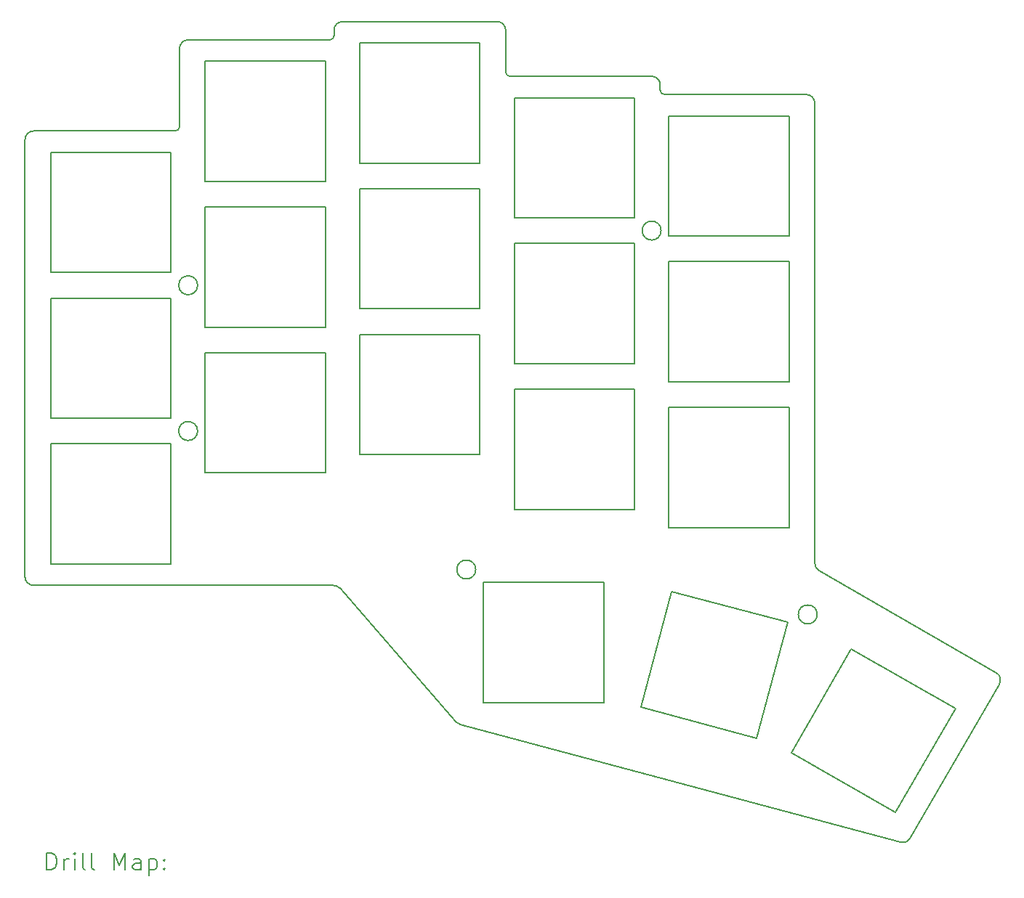
<source format=gbr>
%TF.GenerationSoftware,KiCad,Pcbnew,8.0.6+1*%
%TF.CreationDate,2024-12-31T16:22:12+00:00*%
%TF.ProjectId,frontplate,66726f6e-7470-46c6-9174-652e6b696361,0.2*%
%TF.SameCoordinates,Original*%
%TF.FileFunction,Drillmap*%
%TF.FilePolarity,Positive*%
%FSLAX45Y45*%
G04 Gerber Fmt 4.5, Leading zero omitted, Abs format (unit mm)*
G04 Created by KiCad (PCBNEW 8.0.6+1) date 2024-12-31 16:22:12*
%MOMM*%
%LPD*%
G01*
G04 APERTURE LIST*
%ADD10C,0.150000*%
%ADD11C,0.200000*%
G04 APERTURE END LIST*
D10*
X9100000Y-10950000D02*
X12591898Y-10950000D01*
X9000000Y-10850000D02*
X9000000Y-5750000D01*
X9100000Y-10950000D02*
G75*
G02*
X9000000Y-10850000I0J100000D01*
G01*
X10750000Y-5650000D02*
X9100000Y-5650000D01*
X9000000Y-5750000D02*
G75*
G02*
X9100000Y-5650000I100000J0D01*
G01*
X12550000Y-4587500D02*
X10900000Y-4587500D01*
X10800000Y-4687500D02*
G75*
G02*
X10900000Y-4587500I100000J0D01*
G01*
X10800000Y-4687500D02*
X10800000Y-5600000D01*
X14600000Y-4962500D02*
X14600000Y-4475000D01*
X14500000Y-4375000D02*
G75*
G02*
X14600000Y-4475000I0J-100000D01*
G01*
X14500000Y-4375000D02*
X12700000Y-4375000D01*
X12600000Y-4475000D02*
G75*
G02*
X12700000Y-4375000I100000J0D01*
G01*
X12600000Y-4475000D02*
X12600000Y-4537500D01*
X16400000Y-5175000D02*
X16400000Y-5112500D01*
X16300000Y-5012500D02*
G75*
G02*
X16400000Y-5112500I0J-100000D01*
G01*
X16300000Y-5012500D02*
X14650000Y-5012500D01*
X18200000Y-10689481D02*
X18200000Y-5325000D01*
X18100000Y-5225000D02*
G75*
G02*
X18200000Y-5325000I0J-100000D01*
G01*
X18100000Y-5225000D02*
X16450000Y-5225000D01*
X19312481Y-13901024D02*
X20350000Y-12103989D01*
X18250000Y-10776083D02*
X20313398Y-11967386D01*
X19199997Y-13947617D02*
X14069557Y-12572920D01*
X14019936Y-12541896D02*
X12667401Y-10984431D01*
X18250000Y-10776083D02*
G75*
G02*
X18199999Y-10689481I50000J86603D01*
G01*
X20313398Y-11967386D02*
G75*
G02*
X20350002Y-12103990I-49998J-86604D01*
G01*
X19312481Y-13901024D02*
G75*
G02*
X19199998Y-13947613I-86601J50004D01*
G01*
X14069557Y-12572920D02*
G75*
G02*
X14019937Y-12541895I25883J96590D01*
G01*
X12591898Y-10950000D02*
G75*
G02*
X12667402Y-10984430I2J-100000D01*
G01*
X16450000Y-5225000D02*
G75*
G02*
X16400000Y-5175000I0J50000D01*
G01*
X14650000Y-5012500D02*
G75*
G02*
X14600000Y-4962500I0J50000D01*
G01*
X12600000Y-4537500D02*
G75*
G02*
X12550000Y-4587500I-50000J0D01*
G01*
X10800000Y-5600000D02*
G75*
G02*
X10750000Y-5650000I-50000J0D01*
G01*
X9300000Y-10700000D02*
X10700000Y-10700000D01*
X10700000Y-10700000D02*
X10700000Y-9300000D01*
X10700000Y-9300000D02*
X9300000Y-9300000D01*
X9300000Y-9300000D02*
X9300000Y-10700000D01*
X9300000Y-9000000D02*
X10700000Y-9000000D01*
X10700000Y-9000000D02*
X10700000Y-7600000D01*
X10700000Y-7600000D02*
X9300000Y-7600000D01*
X9300000Y-7600000D02*
X9300000Y-9000000D01*
X9300000Y-7300000D02*
X10700000Y-7300000D01*
X10700000Y-7300000D02*
X10700000Y-5900000D01*
X10700000Y-5900000D02*
X9300000Y-5900000D01*
X9300000Y-5900000D02*
X9300000Y-7300000D01*
X11100000Y-9637500D02*
X12500000Y-9637500D01*
X12500000Y-9637500D02*
X12500000Y-8237500D01*
X12500000Y-8237500D02*
X11100000Y-8237500D01*
X11100000Y-8237500D02*
X11100000Y-9637500D01*
X11100000Y-7937500D02*
X12500000Y-7937500D01*
X12500000Y-7937500D02*
X12500000Y-6537500D01*
X12500000Y-6537500D02*
X11100000Y-6537500D01*
X11100000Y-6537500D02*
X11100000Y-7937500D01*
X11100000Y-6237500D02*
X12500000Y-6237500D01*
X12500000Y-6237500D02*
X12500000Y-4837500D01*
X12500000Y-4837500D02*
X11100000Y-4837500D01*
X11100000Y-4837500D02*
X11100000Y-6237500D01*
X12900000Y-9425000D02*
X14300000Y-9425000D01*
X14300000Y-9425000D02*
X14300000Y-8025000D01*
X14300000Y-8025000D02*
X12900000Y-8025000D01*
X12900000Y-8025000D02*
X12900000Y-9425000D01*
X12900000Y-7725000D02*
X14300000Y-7725000D01*
X14300000Y-7725000D02*
X14300000Y-6325000D01*
X14300000Y-6325000D02*
X12900000Y-6325000D01*
X12900000Y-6325000D02*
X12900000Y-7725000D01*
X12900000Y-6025000D02*
X14300000Y-6025000D01*
X14300000Y-6025000D02*
X14300000Y-4625000D01*
X14300000Y-4625000D02*
X12900000Y-4625000D01*
X12900000Y-4625000D02*
X12900000Y-6025000D01*
X14700000Y-10062500D02*
X16100000Y-10062500D01*
X16100000Y-10062500D02*
X16100000Y-8662500D01*
X16100000Y-8662500D02*
X14700000Y-8662500D01*
X14700000Y-8662500D02*
X14700000Y-10062500D01*
X14700000Y-8362500D02*
X16100000Y-8362500D01*
X16100000Y-8362500D02*
X16100000Y-6962500D01*
X16100000Y-6962500D02*
X14700000Y-6962500D01*
X14700000Y-6962500D02*
X14700000Y-8362500D01*
X14700000Y-6662500D02*
X16100000Y-6662500D01*
X16100000Y-6662500D02*
X16100000Y-5262500D01*
X16100000Y-5262500D02*
X14700000Y-5262500D01*
X14700000Y-5262500D02*
X14700000Y-6662500D01*
X16500000Y-10275000D02*
X17900000Y-10275000D01*
X17900000Y-10275000D02*
X17900000Y-8875000D01*
X17900000Y-8875000D02*
X16500000Y-8875000D01*
X16500000Y-8875000D02*
X16500000Y-10275000D01*
X16500000Y-8575000D02*
X17900000Y-8575000D01*
X17900000Y-8575000D02*
X17900000Y-7175000D01*
X17900000Y-7175000D02*
X16500000Y-7175000D01*
X16500000Y-7175000D02*
X16500000Y-8575000D01*
X16500000Y-6875000D02*
X17900000Y-6875000D01*
X17900000Y-6875000D02*
X17900000Y-5475000D01*
X17900000Y-5475000D02*
X16500000Y-5475000D01*
X16500000Y-5475000D02*
X16500000Y-6875000D01*
X14340000Y-12315000D02*
X15740000Y-12315000D01*
X15740000Y-12315000D02*
X15740000Y-10915000D01*
X15740000Y-10915000D02*
X14340000Y-10915000D01*
X14340000Y-10915000D02*
X14340000Y-12315000D01*
X16172008Y-12371875D02*
X17524304Y-12734222D01*
X17524304Y-12734222D02*
X17886651Y-11381925D01*
X17886651Y-11381925D02*
X16534355Y-11019579D01*
X16534355Y-11019579D02*
X16172008Y-12371875D01*
X17926872Y-12900970D02*
X19139307Y-13600970D01*
X19139307Y-13600970D02*
X19839307Y-12388535D01*
X19839307Y-12388535D02*
X18626872Y-11688535D01*
X18626872Y-11688535D02*
X17926872Y-12900970D01*
X11010000Y-7450000D02*
G75*
G02*
X10790000Y-7450000I-110000J0D01*
G01*
X10790000Y-7450000D02*
G75*
G02*
X11010000Y-7450000I110000J0D01*
G01*
X11010000Y-9150000D02*
G75*
G02*
X10790000Y-9150000I-110000J0D01*
G01*
X10790000Y-9150000D02*
G75*
G02*
X11010000Y-9150000I110000J0D01*
G01*
X16410000Y-6812500D02*
G75*
G02*
X16190000Y-6812500I-110000J0D01*
G01*
X16190000Y-6812500D02*
G75*
G02*
X16410000Y-6812500I110000J0D01*
G01*
X14250000Y-10765000D02*
G75*
G02*
X14030000Y-10765000I-110000J0D01*
G01*
X14030000Y-10765000D02*
G75*
G02*
X14250000Y-10765000I110000J0D01*
G01*
X18228659Y-11288800D02*
G75*
G02*
X18008659Y-11288800I-110000J0D01*
G01*
X18008659Y-11288800D02*
G75*
G02*
X18228659Y-11288800I110000J0D01*
G01*
D11*
X9253277Y-14270005D02*
X9253277Y-14070005D01*
X9253277Y-14070005D02*
X9300896Y-14070005D01*
X9300896Y-14070005D02*
X9329467Y-14079529D01*
X9329467Y-14079529D02*
X9348515Y-14098576D01*
X9348515Y-14098576D02*
X9358039Y-14117624D01*
X9358039Y-14117624D02*
X9367563Y-14155719D01*
X9367563Y-14155719D02*
X9367563Y-14184290D01*
X9367563Y-14184290D02*
X9358039Y-14222386D01*
X9358039Y-14222386D02*
X9348515Y-14241433D01*
X9348515Y-14241433D02*
X9329467Y-14260481D01*
X9329467Y-14260481D02*
X9300896Y-14270005D01*
X9300896Y-14270005D02*
X9253277Y-14270005D01*
X9453277Y-14270005D02*
X9453277Y-14136671D01*
X9453277Y-14174767D02*
X9462801Y-14155719D01*
X9462801Y-14155719D02*
X9472324Y-14146195D01*
X9472324Y-14146195D02*
X9491372Y-14136671D01*
X9491372Y-14136671D02*
X9510420Y-14136671D01*
X9577086Y-14270005D02*
X9577086Y-14136671D01*
X9577086Y-14070005D02*
X9567563Y-14079529D01*
X9567563Y-14079529D02*
X9577086Y-14089052D01*
X9577086Y-14089052D02*
X9586610Y-14079529D01*
X9586610Y-14079529D02*
X9577086Y-14070005D01*
X9577086Y-14070005D02*
X9577086Y-14089052D01*
X9700896Y-14270005D02*
X9681848Y-14260481D01*
X9681848Y-14260481D02*
X9672324Y-14241433D01*
X9672324Y-14241433D02*
X9672324Y-14070005D01*
X9805658Y-14270005D02*
X9786610Y-14260481D01*
X9786610Y-14260481D02*
X9777086Y-14241433D01*
X9777086Y-14241433D02*
X9777086Y-14070005D01*
X10034229Y-14270005D02*
X10034229Y-14070005D01*
X10034229Y-14070005D02*
X10100896Y-14212862D01*
X10100896Y-14212862D02*
X10167563Y-14070005D01*
X10167563Y-14070005D02*
X10167563Y-14270005D01*
X10348515Y-14270005D02*
X10348515Y-14165243D01*
X10348515Y-14165243D02*
X10338991Y-14146195D01*
X10338991Y-14146195D02*
X10319944Y-14136671D01*
X10319944Y-14136671D02*
X10281848Y-14136671D01*
X10281848Y-14136671D02*
X10262801Y-14146195D01*
X10348515Y-14260481D02*
X10329467Y-14270005D01*
X10329467Y-14270005D02*
X10281848Y-14270005D01*
X10281848Y-14270005D02*
X10262801Y-14260481D01*
X10262801Y-14260481D02*
X10253277Y-14241433D01*
X10253277Y-14241433D02*
X10253277Y-14222386D01*
X10253277Y-14222386D02*
X10262801Y-14203338D01*
X10262801Y-14203338D02*
X10281848Y-14193814D01*
X10281848Y-14193814D02*
X10329467Y-14193814D01*
X10329467Y-14193814D02*
X10348515Y-14184290D01*
X10443753Y-14136671D02*
X10443753Y-14336671D01*
X10443753Y-14146195D02*
X10462801Y-14136671D01*
X10462801Y-14136671D02*
X10500896Y-14136671D01*
X10500896Y-14136671D02*
X10519944Y-14146195D01*
X10519944Y-14146195D02*
X10529467Y-14155719D01*
X10529467Y-14155719D02*
X10538991Y-14174767D01*
X10538991Y-14174767D02*
X10538991Y-14231909D01*
X10538991Y-14231909D02*
X10529467Y-14250957D01*
X10529467Y-14250957D02*
X10519944Y-14260481D01*
X10519944Y-14260481D02*
X10500896Y-14270005D01*
X10500896Y-14270005D02*
X10462801Y-14270005D01*
X10462801Y-14270005D02*
X10443753Y-14260481D01*
X10624705Y-14250957D02*
X10634229Y-14260481D01*
X10634229Y-14260481D02*
X10624705Y-14270005D01*
X10624705Y-14270005D02*
X10615182Y-14260481D01*
X10615182Y-14260481D02*
X10624705Y-14250957D01*
X10624705Y-14250957D02*
X10624705Y-14270005D01*
X10624705Y-14146195D02*
X10634229Y-14155719D01*
X10634229Y-14155719D02*
X10624705Y-14165243D01*
X10624705Y-14165243D02*
X10615182Y-14155719D01*
X10615182Y-14155719D02*
X10624705Y-14146195D01*
X10624705Y-14146195D02*
X10624705Y-14165243D01*
M02*

</source>
